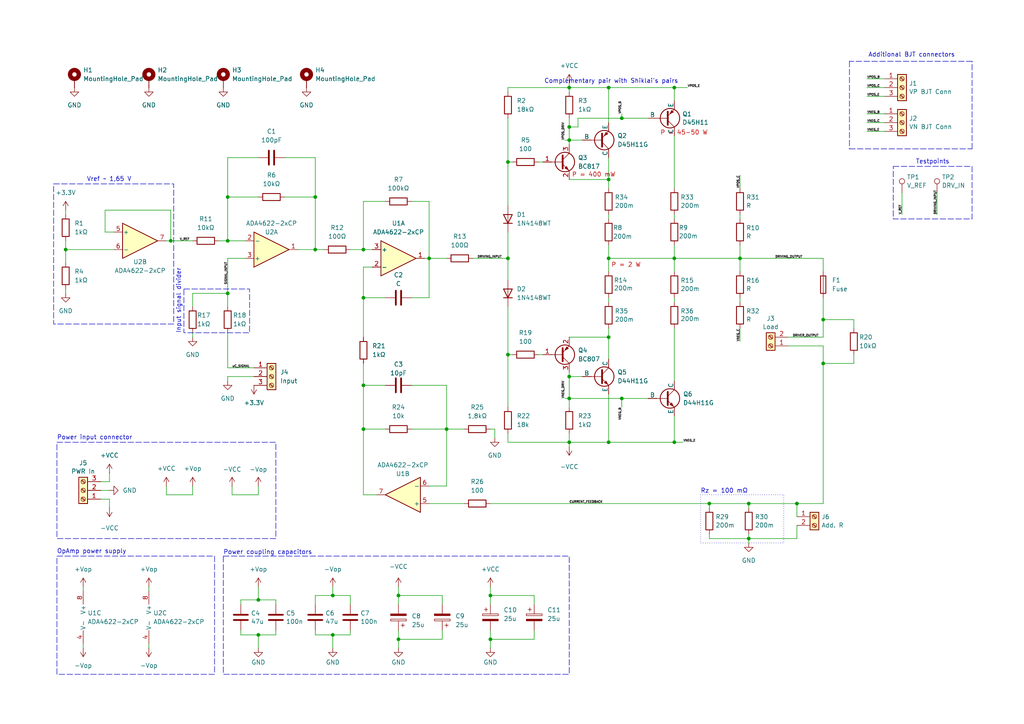
<source format=kicad_sch>
(kicad_sch (version 20250114) (generator "eeschema") (generator_version "9.0")
  (paper "A4")
  (title_block (title "Current Driver") (date "15.11.2025 r.") (rev "Adam Matysiak") (company "KN NaMi") (comment 1 "Adam Matysiak, Adam Matkowski, Kacper Kowalik") (comment 2 "V2.0"))
  (rectangle (start 64.77 161.29) (end 165.1 195.58) (stroke (width 0) (type dash)))
  (rectangle (start 259.08 48.26) (end 281.94 63.5) (stroke (width 0) (type dash)))
  (rectangle (start 53.34 83.82) (end 72.39 96.52) (stroke (width 0) (type dash)))
  (rectangle (start 203.2 143.51) (end 227.33 157.48) (stroke (width 0) (type dot)))
  (rectangle (start 15.5576 53.34) (end 50.3899 93.98) (stroke (width 0) (type dash)))
  (rectangle (start 16.51 161.29) (end 62.23 195.58) (stroke (width 0) (type dash)))
  (rectangle (start 16.51 128.27) (end 80.01 156.21) (stroke (width 0) (type dash)))
  (text "Complementary pair with Shiklai's pairs" (at 177.292 23.622 0) (effects (font (size 1.27 1.27))))
  (text "Input signal divider" (at 51.816 96.774 90) (effects (font (size 1.27 1.27)) (justify left)))
  (text "Power input connector" (at 16.51 127 0) (effects (font (size 1.27 1.27)) (justify left)))
  (text "Power coupling capacitors" (at 64.77 160.274 0) (effects (font (size 1.27 1.27)) (justify left)))
  (text "OpAmp power supply" (at 16.51 160.02 0) (effects (font (size 1.27 1.27)) (justify left)))
  (text "P = 400 mW" (at 165.862 50.8 0) (effects (font (size 1.27 1.27)) (justify left)))
  (text "Testpoints" (at 270.51 46.99 0) (effects (font (size 1.27 1.27))))
  (text "P = 45-50 W" (at 191.516 38.608 0) (effects (font (size 1.27 1.27)) (justify left)))
  (text "P = 2 W" (at 177.292 76.962 0) (effects (font (size 1.27 1.27)) (justify left)))
  (text "Additional BJT connectors" (at 264.414 16.002 0) (effects (font (size 1.27 1.27))))
  (text "Rz = 100 mΩ" (at 203.2 142.494 0) (effects (font (size 1.27 1.27)) (justify left)))
  (text "Vref ~ 1,65 V" (at 25.146 52.07 0) (effects (font (size 1.27 1.27)) (justify left)))
  (junction (at 105.41 72.39))
  (junction (at 74.93 173.99))
  (junction (at 231.14 146.05))
  (junction (at 147.32 74.93))
  (junction (at 129.54 124.46))
  (junction (at 217.17 146.05))
  (junction (at 176.53 25.4))
  (junction (at 214.63 74.93))
  (junction (at 66.04 57.15))
  (junction (at 124.46 74.93))
  (junction (at 176.53 74.93))
  (junction (at 176.53 97.79))
  (junction (at 238.76 105.41))
  (junction (at 49.53 69.85))
  (junction (at 91.44 57.15))
  (junction (at 115.57 172.72))
  (junction (at 176.53 52.07))
  (junction (at 165.1 36.83))
  (junction (at 96.52 184.15))
  (junction (at 217.17 156.21))
  (junction (at 105.41 86.36))
  (junction (at 74.93 184.15))
  (junction (at 165.1 109.22))
  (junction (at 142.24 185.42))
  (junction (at 165.1 40.64))
  (junction (at 205.74 146.05))
  (junction (at 115.57 185.42))
  (junction (at 105.41 124.46))
  (junction (at 105.41 111.76))
  (junction (at 180.34 115.57))
  (junction (at 66.04 69.85))
  (junction (at 195.58 128.27))
  (junction (at 19.05 72.39))
  (junction (at 180.34 34.29))
  (junction (at 176.53 128.27))
  (junction (at 195.58 25.4))
  (junction (at 147.32 46.99))
  (junction (at 195.58 74.93))
  (junction (at 142.24 172.72))
  (junction (at 91.44 72.39))
  (junction (at 147.32 102.87))
  (junction (at 96.52 172.72))
  (junction (at 165.1 115.57))
  (junction (at 165.1 25.4))
  (junction (at 66.04 85.09))
  (junction (at 165.1 128.27))
  (junction (at 238.76 92.71))
  (wire (pts (xy 124.46 74.93) (xy 124.46 86.36)))
  (wire (pts (xy 195.58 120.65) (xy 195.58 128.27)))
  (wire (pts (xy 176.53 71.12) (xy 176.53 74.93)))
  (wire (pts (xy 66.04 85.09) (xy 66.04 88.9)))
  (wire (pts (xy 69.85 184.15) (xy 69.85 182.88)))
  (wire (pts (xy 119.38 124.46) (xy 129.54 124.46)))
  (wire (pts (xy 154.94 182.88) (xy 154.94 185.42)))
  (wire (pts (xy 24.13 170.18) (xy 24.13 171.45)))
  (wire (pts (xy 67.31 143.51) (xy 74.93 143.51)))
  (wire (pts (xy 205.74 146.05) (xy 217.17 146.05)))
  (wire (pts (xy 251.46 35.56) (xy 256.54 35.56)))
  (wire (pts (xy 176.53 97.79) (xy 176.53 104.14)))
  (wire (pts (xy 176.53 52.07) (xy 176.53 45.72)))
  (wire (pts (xy 143.51 124.46) (xy 142.24 124.46)))
  (wire (pts (xy 195.58 74.93) (xy 214.63 74.93)))
  (wire (pts (xy 163.83 115.57) (xy 165.1 115.57)))
  (wire (pts (xy 124.46 74.93) (xy 129.54 74.93)))
  (wire (pts (xy 147.32 128.27) (xy 165.1 128.27)))
  (wire (pts (xy 238.76 105.41) (xy 238.76 146.05)))
  (wire (pts (xy 142.24 172.72) (xy 142.24 175.26)))
  (wire (pts (xy 176.53 74.93) (xy 176.53 78.74)))
  (wire (pts (xy 165.1 115.57) (xy 180.34 115.57)))
  (wire (pts (xy 214.63 74.93) (xy 238.76 74.93)))
  (wire (pts (xy 19.05 72.39) (xy 33.02 72.39)))
  (wire (pts (xy 247.65 95.25) (xy 247.65 92.71)))
  (wire (pts (xy 128.27 185.42) (xy 128.27 182.88)))
  (wire (pts (xy 167.64 34.29) (xy 167.64 36.83)))
  (wire (pts (xy 147.32 102.87) (xy 148.59 102.87)))
  (wire (pts (xy 96.52 184.15) (xy 101.6 184.15)))
  (wire (pts (xy 66.04 96.52) (xy 66.04 106.68)))
  (wire (pts (xy 48.26 143.51) (xy 55.88 143.51)))
  (wire (pts (xy 165.1 24.13) (xy 165.1 25.4)))
  (wire (pts (xy 49.53 69.85) (xy 49.53 60.96)))
  (wire (pts (xy 74.93 173.99) (xy 80.01 173.99)))
  (wire (pts (xy 105.41 111.76) (xy 111.76 111.76)))
  (wire (pts (xy 91.44 184.15) (xy 91.44 182.88)))
  (wire (pts (xy 143.51 127) (xy 143.51 124.46)))
  (wire (pts (xy 80.01 184.15) (xy 80.01 182.88)))
  (wire (pts (xy 31.75 144.78) (xy 31.75 147.32)))
  (wire (pts (xy 66.04 45.72) (xy 74.93 45.72)))
  (wire (pts (xy 180.34 33.02) (xy 180.34 34.29)))
  (wire (pts (xy 74.93 184.15) (xy 80.01 184.15)))
  (wire (pts (xy 19.05 83.82) (xy 19.05 85.09)))
  (wire (pts (xy 176.53 95.25) (xy 176.53 97.79)))
  (wire (pts (xy 124.46 86.36) (xy 119.38 86.36)))
  (wire (pts (xy 24.13 186.69) (xy 24.13 187.96)))
  (wire (pts (xy 66.04 110.49) (xy 66.04 109.22)))
  (wire (pts (xy 109.22 143.51) (xy 105.41 143.51)))
  (wire (pts (xy 105.41 105.41) (xy 105.41 111.76)))
  (wire (pts (xy 66.04 57.15) (xy 66.04 69.85)))
  (wire (pts (xy 29.21 142.24) (xy 31.75 142.24)))
  (wire (pts (xy 176.53 52.07) (xy 176.53 54.61)))
  (wire (pts (xy 165.1 128.27) (xy 165.1 129.54)))
  (wire (pts (xy 165.1 115.57) (xy 165.1 118.11)))
  (wire (pts (xy 214.63 50.8) (xy 214.63 54.61)))
  (wire (pts (xy 214.63 95.25) (xy 214.63 99.06)))
  (wire (pts (xy 80.01 173.99) (xy 80.01 175.26)))
  (wire (pts (xy 165.1 52.07) (xy 176.53 52.07)))
  (wire (pts (xy 238.76 105.41) (xy 247.65 105.41)))
  (wire (pts (xy 129.54 124.46) (xy 129.54 140.97)))
  (wire (pts (xy 66.04 106.68) (xy 73.66 106.68)))
  (wire (pts (xy 165.1 25.4) (xy 165.1 26.67)))
  (wire (pts (xy 147.32 125.73) (xy 147.32 128.27)))
  (wire (pts (xy 167.64 34.29) (xy 180.34 34.29)))
  (wire (pts (xy 147.32 46.99) (xy 148.59 46.99)))
  (wire (pts (xy 111.76 58.42) (xy 105.41 58.42)))
  (wire (pts (xy 147.32 74.93) (xy 147.32 81.28)))
  (wire (pts (xy 86.36 72.39) (xy 91.44 72.39)))
  (wire (pts (xy 19.05 60.96) (xy 19.05 62.23)))
  (wire (pts (xy 115.57 185.42) (xy 115.57 187.96)))
  (wire (pts (xy 91.44 45.72) (xy 82.55 45.72)))
  (wire (pts (xy 176.53 62.23) (xy 176.53 63.5)))
  (wire (pts (xy 69.85 173.99) (xy 69.85 175.26)))
  (wire (pts (xy 105.41 77.47) (xy 105.41 86.36)))
  (wire (pts (xy 165.1 128.27) (xy 165.1 125.73)))
  (wire (pts (xy 101.6 184.15) (xy 101.6 182.88)))
  (wire (pts (xy 119.38 111.76) (xy 129.54 111.76)))
  (wire (pts (xy 165.1 109.22) (xy 165.1 115.57)))
  (wire (pts (xy 180.34 34.29) (xy 187.96 34.29)))
  (wire (pts (xy 49.53 69.85) (xy 55.88 69.85)))
  (wire (pts (xy 214.63 86.36) (xy 214.63 87.63)))
  (wire (pts (xy 176.53 128.27) (xy 195.58 128.27)))
  (wire (pts (xy 214.63 71.12) (xy 214.63 74.93)))
  (wire (pts (xy 156.21 102.87) (xy 157.48 102.87)))
  (wire (pts (xy 195.58 62.23) (xy 195.58 63.5)))
  (wire (pts (xy 165.1 25.4) (xy 147.32 25.4)))
  (wire (pts (xy 214.63 62.23) (xy 214.63 63.5)))
  (wire (pts (xy 180.34 115.57) (xy 180.34 118.11)))
  (wire (pts (xy 176.53 74.93) (xy 195.58 74.93)))
  (wire (pts (xy 63.5 69.85) (xy 66.04 69.85)))
  (wire (pts (xy 111.76 86.36) (xy 105.41 86.36)))
  (wire (pts (xy 69.85 173.99) (xy 74.93 173.99)))
  (wire (pts (xy 251.46 38.1) (xy 256.54 38.1)))
  (wire (pts (xy 176.53 25.4) (xy 176.53 35.56)))
  (wire (pts (xy 91.44 72.39) (xy 91.44 57.15)))
  (wire (pts (xy 147.32 25.4) (xy 147.32 26.67)))
  (wire (pts (xy 105.41 58.42) (xy 105.41 72.39)))
  (wire (pts (xy 71.12 69.85) (xy 66.04 69.85)))
  (wire (pts (xy 238.76 74.93) (xy 238.76 78.74)))
  (wire (pts (xy 165.1 109.22) (xy 165.1 107.95)))
  (wire (pts (xy 165.1 40.64) (xy 168.91 40.64)))
  (wire (pts (xy 91.44 72.39) (xy 93.98 72.39)))
  (wire (pts (xy 105.41 72.39) (xy 107.95 72.39)))
  (polyline (pts (xy 246.38 43.18) (xy 281.94 43.18)) (stroke (width 0) (type dash)))
  (wire (pts (xy 228.6 100.33) (xy 238.76 100.33)))
  (wire (pts (xy 115.57 172.72) (xy 128.27 172.72)))
  (wire (pts (xy 154.94 172.72) (xy 142.24 172.72)))
  (wire (pts (xy 105.41 111.76) (xy 105.41 124.46)))
  (wire (pts (xy 231.14 156.21) (xy 217.17 156.21)))
  (wire (pts (xy 195.58 25.4) (xy 176.53 25.4)))
  (wire (pts (xy 217.17 156.21) (xy 217.17 157.48)))
  (wire (pts (xy 231.14 152.4) (xy 231.14 156.21)))
  (wire (pts (xy 167.64 36.83) (xy 165.1 36.83)))
  (wire (pts (xy 101.6 72.39) (xy 105.41 72.39)))
  (wire (pts (xy 66.04 45.72) (xy 66.04 57.15)))
  (wire (pts (xy 66.04 57.15) (xy 74.93 57.15)))
  (wire (pts (xy 129.54 124.46) (xy 134.62 124.46)))
  (wire (pts (xy 105.41 86.36) (xy 105.41 97.79)))
  (wire (pts (xy 91.44 45.72) (xy 91.44 57.15)))
  (wire (pts (xy 48.26 69.85) (xy 49.53 69.85)))
  (wire (pts (xy 71.12 74.93) (xy 66.04 74.93)))
  (wire (pts (xy 180.34 115.57) (xy 187.96 115.57)))
  (wire (pts (xy 147.32 102.87) (xy 147.32 118.11)))
  (wire (pts (xy 195.58 25.4) (xy 199.39 25.4)))
  (wire (pts (xy 176.53 25.4) (xy 165.1 25.4)))
  (wire (pts (xy 195.58 29.21) (xy 195.58 25.4)))
  (wire (pts (xy 55.88 85.09) (xy 66.04 85.09)))
  (wire (pts (xy 251.46 27.94) (xy 256.54 27.94)))
  (wire (pts (xy 154.94 175.26) (xy 154.94 172.72)))
  (wire (pts (xy 231.14 146.05) (xy 238.76 146.05)))
  (wire (pts (xy 82.55 57.15) (xy 91.44 57.15)))
  (wire (pts (xy 165.1 40.64) (xy 165.1 41.91)))
  (wire (pts (xy 176.53 114.3) (xy 176.53 128.27)))
  (wire (pts (xy 217.17 146.05) (xy 231.14 146.05)))
  (wire (pts (xy 96.52 170.18) (xy 96.52 172.72)))
  (wire (pts (xy 49.53 60.96) (xy 30.48 60.96)))
  (wire (pts (xy 217.17 147.32) (xy 217.17 146.05)))
  (wire (pts (xy 74.93 143.51) (xy 74.93 140.97)))
  (wire (pts (xy 29.21 144.78) (xy 31.75 144.78)))
  (wire (pts (xy 30.48 60.96) (xy 30.48 67.31)))
  (wire (pts (xy 195.58 39.37) (xy 195.58 54.61)))
  (wire (pts (xy 43.18 186.69) (xy 43.18 187.96)))
  (wire (pts (xy 142.24 185.42) (xy 142.24 187.96)))
  (wire (pts (xy 129.54 111.76) (xy 129.54 124.46)))
  (wire (pts (xy 30.48 67.31) (xy 33.02 67.31)))
  (wire (pts (xy 214.63 74.93) (xy 214.63 78.74)))
  (wire (pts (xy 129.54 140.97) (xy 124.46 140.97)))
  (wire (pts (xy 231.14 146.05) (xy 231.14 149.86)))
  (wire (pts (xy 142.24 146.05) (xy 205.74 146.05)))
  (wire (pts (xy 115.57 185.42) (xy 128.27 185.42)))
  (wire (pts (xy 217.17 154.94) (xy 217.17 156.21)))
  (wire (pts (xy 228.6 97.79) (xy 238.76 97.79)))
  (polyline (pts (xy 246.38 17.78) (xy 246.38 17.78)))
  (wire (pts (xy 19.05 69.85) (xy 19.05 72.39)))
  (wire (pts (xy 195.58 74.93) (xy 195.58 78.74)))
  (wire (pts (xy 205.74 156.21) (xy 217.17 156.21)))
  (wire (pts (xy 119.38 58.42) (xy 124.46 58.42)))
  (wire (pts (xy 195.58 95.25) (xy 195.58 110.49)))
  (wire (pts (xy 142.24 185.42) (xy 154.94 185.42)))
  (wire (pts (xy 165.1 128.27) (xy 176.53 128.27)))
  (wire (pts (xy 91.44 172.72) (xy 91.44 175.26)))
  (wire (pts (xy 101.6 172.72) (xy 96.52 172.72)))
  (wire (pts (xy 238.76 92.71) (xy 247.65 92.71)))
  (wire (pts (xy 43.18 171.45) (xy 43.18 170.18)))
  (wire (pts (xy 147.32 34.29) (xy 147.32 46.99)))
  (wire (pts (xy 67.31 140.97) (xy 67.31 143.51)))
  (wire (pts (xy 66.04 74.93) (xy 66.04 85.09)))
  (wire (pts (xy 115.57 182.88) (xy 115.57 185.42)))
  (wire (pts (xy 74.93 170.18) (xy 74.93 173.99)))
  (wire (pts (xy 31.75 139.7) (xy 31.75 137.16)))
  (wire (pts (xy 101.6 172.72) (xy 101.6 175.26)))
  (wire (pts (xy 271.78 55.88) (xy 271.78 62.23)))
  (wire (pts (xy 247.65 102.87) (xy 247.65 105.41)))
  (wire (pts (xy 238.76 86.36) (xy 238.76 92.71)))
  (wire (pts (xy 165.1 109.22) (xy 168.91 109.22)))
  (wire (pts (xy 165.1 36.83) (xy 165.1 40.64)))
  (wire (pts (xy 128.27 175.26) (xy 128.27 172.72)))
  (wire (pts (xy 124.46 74.93) (xy 123.19 74.93)))
  (wire (pts (xy 195.58 71.12) (xy 195.58 74.93)))
  (wire (pts (xy 105.41 124.46) (xy 105.41 143.51)))
  (wire (pts (xy 74.93 184.15) (xy 74.93 187.96)))
  (wire (pts (xy 195.58 86.36) (xy 195.58 87.63)))
  (wire (pts (xy 205.74 154.94) (xy 205.74 156.21)))
  (wire (pts (xy 66.04 109.22) (xy 73.66 109.22)))
  (wire (pts (xy 251.46 33.02) (xy 256.54 33.02)))
  (wire (pts (xy 147.32 46.99) (xy 147.32 59.69)))
  (wire (pts (xy 137.16 74.93) (xy 147.32 74.93)))
  (wire (pts (xy 115.57 172.72) (xy 115.57 175.26)))
  (wire (pts (xy 205.74 146.05) (xy 205.74 147.32)))
  (wire (pts (xy 55.88 85.09) (xy 55.88 88.9)))
  (wire (pts (xy 107.95 77.47) (xy 105.41 77.47)))
  (wire (pts (xy 238.76 92.71) (xy 238.76 97.79)))
  (wire (pts (xy 55.88 97.79) (xy 55.88 96.52)))
  (wire (pts (xy 105.41 124.46) (xy 111.76 124.46)))
  (polyline (pts (xy 281.94 43.18) (xy 281.94 17.78)) (stroke (width 0) (type dash)))
  (wire (pts (xy 163.83 40.64) (xy 165.1 40.64)))
  (wire (pts (xy 165.1 34.29) (xy 165.1 36.83)))
  (wire (pts (xy 238.76 100.33) (xy 238.76 105.41)))
  (wire (pts (xy 96.52 184.15) (xy 96.52 187.96)))
  (wire (pts (xy 165.1 97.79) (xy 176.53 97.79)))
  (wire (pts (xy 124.46 58.42) (xy 124.46 74.93)))
  (wire (pts (xy 29.21 139.7) (xy 31.75 139.7)))
  (wire (pts (xy 147.32 88.9) (xy 147.32 102.87)))
  (polyline (pts (xy 246.38 17.78) (xy 246.38 43.18)) (stroke (width 0) (type dash)))
  (wire (pts (xy 115.57 170.18) (xy 115.57 172.72)))
  (wire (pts (xy 195.58 128.27) (xy 198.12 128.27)))
  (wire (pts (xy 48.26 140.97) (xy 48.26 143.51)))
  (wire (pts (xy 251.46 25.4) (xy 256.54 25.4)))
  (wire (pts (xy 251.46 22.86) (xy 256.54 22.86)))
  (wire (pts (xy 142.24 182.88) (xy 142.24 185.42)))
  (wire (pts (xy 147.32 67.31) (xy 147.32 74.93)))
  (wire (pts (xy 176.53 86.36) (xy 176.53 87.63)))
  (wire (pts (xy 69.85 184.15) (xy 74.93 184.15)))
  (wire (pts (xy 96.52 172.72) (xy 91.44 172.72)))
  (wire (pts (xy 261.62 55.88) (xy 261.62 62.23)))
  (wire (pts (xy 55.88 143.51) (xy 55.88 140.97)))
  (polyline (pts (xy 281.94 17.78) (xy 246.38 17.78)) (stroke (width 0) (type dash)))
  (wire (pts (xy 156.21 46.99) (xy 157.48 46.99)))
  (wire (pts (xy 19.05 72.39) (xy 19.05 76.2)))
  (wire (pts (xy 142.24 170.18) (xy 142.24 172.72)))
  (wire (pts (xy 91.44 184.15) (xy 96.52 184.15)))
  (wire (pts (xy 124.46 146.05) (xy 134.62 146.05)))
  (label "V_REF" (at 261.62 62.23 90) (effects (font (size 0.635 0.635))))
  (label "VPOS_DRIV" (at 163.83 40.64 90) (effects (font (size 0.635 0.635))))
  (label "VPOS_B" (at 180.34 33.02 90) (effects (font (size 0.635 0.635))))
  (label "uC_SIGNAL" (at 67.31 106.68 0) (effects (font (size 0.635 0.635))))
  (label "DRIVER_OUTPUT" (at 229.87 97.79 0) (effects (font (size 0.635 0.635))))
  (label "VNEG_C" (at 214.63 99.06 90) (effects (font (size 0.635 0.635))))
  (label "VNEG_E" (at 198.12 128.27 0) (effects (font (size 0.635 0.635))))
  (label "VNEG_C" (at 251.46 35.56 0) (effects (font (size 0.635 0.635))))
  (label "VPOS_B" (at 251.46 22.86 0) (effects (font (size 0.635 0.635))))
  (label "DRIVING_OUTPUT" (at 224.79 74.93 0) (effects (font (size 0.635 0.635))))
  (label "VPOS_C" (at 251.46 25.4 0) (effects (font (size 0.635 0.635))))
  (label "VNEG_B" (at 180.34 118.11 270) (effects (font (size 0.635 0.635))))
  (label "VPOS_E" (at 251.46 27.94 0) (effects (font (size 0.635 0.635))))
  (label "VPOS_E" (at 199.39 25.4 0) (effects (font (size 0.635 0.635))))
  (label "DRIVING_INPUT" (at 138.43 74.93 0) (effects (font (size 0.635 0.635))))
  (label "VPOS_C" (at 214.63 50.8 270) (effects (font (size 0.635 0.635))))
  (label "V_REF" (at 52.07 69.85 0) (effects (font (size 0.635 0.635))))
  (label "VNEG_E" (at 251.46 38.1 0) (effects (font (size 0.635 0.635))))
  (label "VNEG_DRIV" (at 163.83 115.57 90) (effects (font (size 0.635 0.635))))
  (label "VNEG_B" (at 251.46 33.02 0) (effects (font (size 0.635 0.635))))
  (label "DRIVING_INPUT" (at 271.78 62.23 90) (effects (font (size 0.635 0.635))))
  (label "SIGNAL_INPUT" (at 66.04 82.55 90) (effects (font (size 0.635 0.635))))
  (label "CURRENT_FEEDBACK" (at 165.1 146.05 0) (effects (font (size 0.635 0.635))))
  (symbol (lib_id "Device:Fuse") (at 238.76 82.55 0) (unit 1)
    (property "Reference" "F1" (at 241.3 81.2799 0) (effects (justify left)))
    (property "Value" "Fuse" (at 241.3 83.8199 0) (effects (justify left)))
    (property "Footprint" "component_lib:2410 FUSE" (effects (hide yes)))
    (property "Description" "Fuse" (effects (hide yes)))
  )
  (symbol (lib_id "power:+3.3V") (at 73.66 111.76 180) (unit 1)
    (property "Reference" "#PWR028" (effects (hide yes)))
    (property "Value" "+3.3V" (at 73.66 116.84 0))
    (property "Description" "Power symbol creates a global label with name \"+3.3V\"" (effects (hide yes)))
  )
  (symbol (lib_id "Mechanical:MountingHole_Pad") (at 64.77 22.86 0) (unit 1) (in_bom no)
    (property "Reference" "H3" (at 67.31 20.3199 0) (effects (justify left)))
    (property "Value" "MountingHole_Pad" (at 67.31 22.8599 0) (effects (justify left)))
    (property "Footprint" "MountingHole:MountingHole_3.2mm_M3_DIN965_Pad_TopBottom" (effects (hide yes)))
    (property "Description" "Mounting Hole with connection" (effects (hide yes)))
  )
  (symbol (lib_id "power:+1V0") (at 43.18 187.96 180) (unit 1)
    (property "Reference" "#PWR011" (effects (hide yes)))
    (property "Value" "-Vop" (at 43.18 193.04 0))
    (property "Description" "Power symbol creates a global label with name \"+1V0\"" (effects (hide yes)))
  )
  (symbol (lib_id "power:GND") (at 21.59 25.4 0) (unit 1)
    (property "Reference" "#PWR029" (effects (hide yes)))
    (property "Value" "GND" (at 21.59 30.48 0))
    (property "Description" "Power symbol creates a global label with name \"GND\" , ground" (effects (hide yes)))
  )
  (symbol (lib_id "power:+1V0") (at 43.18 170.18 0) (unit 1)
    (property "Reference" "#PWR010" (effects (hide yes)))
    (property "Value" "+Vop" (at 43.18 165.1 0))
    (property "Description" "Power symbol creates a global label with name \"+1V0\"" (effects (hide yes)))
  )
  (symbol (lib_id "power:GND") (at 64.77 25.4 0) (unit 1)
    (property "Reference" "#PWR031" (effects (hide yes)))
    (property "Value" "GND" (at 64.77 30.48 0))
    (property "Description" "Power symbol creates a global label with name \"GND\" , ground" (effects (hide yes)))
  )
  (symbol (lib_id "power:VCC") (at 165.1 24.13 0) (unit 1)
    (property "Reference" "#PWR013" (effects (hide yes)))
    (property "Value" "+VCC" (at 165.1 19.05 0))
    (property "Description" "Power symbol creates a global label with name \"VCC\"" (effects (hide yes)))
  )
  (symbol (lib_id "Transistor_BJT:BC807") (at 162.56 102.87 0) (mirror x) (unit 1)
    (property "Reference" "Q4" (at 167.64 101.5999 0) (effects (justify left)))
    (property "Value" "BC807" (at 167.64 104.1399 0) (effects (justify left)))
    (property "Footprint" "Package_TO_SOT_SMD:SOT-23" (effects (hide yes)))
    (property "Datasheet" "https://www.onsemi.com/pub/Collateral/BC808-D.pdf" (effects (hide yes)))
    (property "Description" "0.8A Ic, 45V Vce, PNP Transistor, SOT-23" (effects (hide yes)))
  )
  (symbol (lib_id "Device:R") (at 214.63 82.55 0) (unit 1)
    (property "Reference" "R16" (at 216.408 81.3378 0) (effects (justify left)))
    (property "Value" "R" (at 216.408 83.7621 0) (effects (justify left)))
    (property "Footprint" "Resistor_SMD:R_2512_6332Metric_Pad1.40x3.35mm_HandSolder" (effects (hide yes)))
    (property "Description" "Resistor" (effects (hide yes)))
  )
  (symbol (lib_id "Connector:Screw_Terminal_01x02") (at 223.52 100.33 180) (unit 1)
    (property "Reference" "J3" (at 223.52 92.3755 0))
    (property "Value" "Load" (at 223.52 94.7998 0))
    (property "Footprint" "TerminalBlock:TerminalBlock_Xinya_XY308-2.54-2P_1x02_P2.54mm_Horizontal" (effects (hide yes)))
    (property "Description" "Generic screw terminal, single row, 01x02, script generated (kicad-library-utils/schlib/autogen/connector/)" (effects (hide yes)))
  )
  (symbol (lib_id "Device:R") (at 147.32 121.92 0) (unit 1)
    (property "Reference" "R22" (at 149.86 120.6499 0) (effects (justify left)))
    (property "Value" "18k" (at 149.86 123.1899 0) (effects (justify left)))
    (property "Footprint" "Resistor_SMD:R_0805_2012Metric_Pad1.20x1.40mm_HandSolder" (effects (hide yes)))
    (property "Description" "Resistor" (effects (hide yes)))
  )
  (symbol (lib_id "Device:C_Polarized") (at 128.27 179.07 180) (unit 1)
    (property "Reference" "C9" (at 132.08 178.6889 0) (effects (justify right)))
    (property "Value" "25u" (at 132.08 181.2289 0) (effects (justify right)))
    (property "Footprint" "Capacitor_SMD:CP_Elec_6.3x7.7" (effects (hide yes)))
    (property "Description" "Polarized capacitor" (effects (hide yes)))
  )
  (symbol (lib_id "power:+1V0") (at 55.88 140.97 0) (unit 1)
    (property "Reference" "#PWR04" (effects (hide yes)))
    (property "Value" "+Vop" (at 55.88 135.89 0))
    (property "Description" "Power symbol creates a global label with name \"+1V0\"" (effects (hide yes)))
  )
  (symbol (lib_id "Connector:Screw_Terminal_01x03") (at 78.74 109.22 0) (unit 1)
    (property "Reference" "J4" (at 81.28 107.9499 0) (effects (justify left)))
    (property "Value" "Input" (at 81.28 110.4899 0) (effects (justify left)))
    (property "Footprint" "TerminalBlock:TerminalBlock_Xinya_XY308-2.54-3P_1x03_P2.54mm_Horizontal" (effects (hide yes)))
    (property "Description" "Generic screw terminal, single row, 01x03, script generated (kicad-library-utils/schlib/autogen/connector/)" (effects (hide yes)))
  )
  (symbol (lib_id "power:GND") (at 143.51 127 0) (unit 1)
    (property "Reference" "#PWR012" (effects (hide yes)))
    (property "Value" "GND" (at 143.51 132.08 0))
    (property "Description" "Power symbol creates a global label with name \"GND\" , ground" (effects (hide yes)))
  )
  (symbol (lib_id "Device:R") (at 176.53 82.55 0) (unit 1)
    (property "Reference" "R14" (at 178.054 81.28 0) (effects (justify left)))
    (property "Value" "200m" (at 178.054 83.566 0) (effects (justify left)))
    (property "Footprint" "Resistor_SMD:R_2512_6332Metric_Pad1.40x3.35mm_HandSolder" (effects (hide yes)))
    (property "Description" "Resistor" (effects (hide yes)))
  )
  (symbol (lib_id "Device:R") (at 214.63 67.31 0) (unit 1)
    (property "Reference" "R10" (at 216.408 66.0978 0) (effects (justify left)))
    (property "Value" "R" (at 216.408 68.5221 0) (effects (justify left)))
    (property "Footprint" "Resistor_SMD:R_2512_6332Metric_Pad1.40x3.35mm_HandSolder" (effects (hide yes)))
    (property "Description" "Resistor" (effects (hide yes)))
  )
  (symbol (lib_id "power:GND") (at 74.93 187.96 0) (unit 1)
    (property "Reference" "#PWR017" (effects (hide yes)))
    (property "Value" "GND" (at 74.93 192.0931 0))
    (property "Description" "Power symbol creates a global label with name \"GND\" , ground" (effects (hide yes)))
  )
  (symbol (lib_id "Mechanical:MountingHole_Pad") (at 88.9 22.86 0) (unit 1) (in_bom no)
    (property "Reference" "H4" (at 91.44 20.3199 0) (effects (justify left)))
    (property "Value" "MountingHole_Pad" (at 91.44 22.8599 0) (effects (justify left)))
    (property "Footprint" "MountingHole:MountingHole_3.2mm_M3_DIN965_Pad_TopBottom" (effects (hide yes)))
    (property "Description" "Mounting Hole with connection" (effects (hide yes)))
  )
  (symbol (lib_id "Device:R") (at 195.58 58.42 0) (unit 1)
    (property "Reference" "R33" (at 197.358 57.2078 0) (effects (justify left)))
    (property "Value" "200m" (at 197.358 59.6321 0) (effects (justify left)))
    (property "Footprint" "Resistor_SMD:R_2512_6332Metric_Pad1.40x3.35mm_HandSolder" (effects (hide yes)))
    (property "Description" "Resistor" (effects (hide yes)))
  )
  (symbol (lib_id "Device:R") (at 55.88 92.71 0) (unit 1)
    (property "Reference" "R17" (at 57.15 91.44 0) (effects (justify left)))
    (property "Value" "1kΩ" (at 57.15 93.98 0) (effects (justify left)))
    (property "Footprint" "Resistor_SMD:R_0805_2012Metric_Pad1.20x1.40mm_HandSolder" (effects (hide yes)))
    (property "Description" "Resistor" (effects (hide yes)))
  )
  (symbol (lib_id "power:GND") (at 142.24 187.96 0) (unit 1)
    (property "Reference" "#PWR023" (effects (hide yes)))
    (property "Value" "GND" (at 142.24 192.0931 0))
    (property "Description" "Power symbol creates a global label with name \"GND\" , ground" (effects (hide yes)))
  )
  (symbol (lib_id "Device:C") (at 115.57 86.36 90) (unit 1)
    (property "Reference" "C2" (at 115.57 79.756 90))
    (property "Value" "C" (at 115.57 82.296 90))
    (property "Footprint" "Capacitor_SMD:C_0805_2012Metric_Pad1.18x1.45mm_HandSolder" (effects (hide yes)))
    (property "Description" "Unpolarized capacitor" (effects (hide yes)))
  )
  (symbol (lib_id "Device:R") (at 19.05 80.01 0) (unit 1)
    (property "Reference" "R4" (at 21.59 78.7399 0) (effects (justify left)))
    (property "Value" "1kΩ" (at 21.59 81.2799 0) (effects (justify left)))
    (property "Footprint" "Resistor_SMD:R_0805_2012Metric_Pad1.20x1.40mm_HandSolder" (effects (hide yes)))
    (property "Description" "Resistor" (effects (hide yes)))
  )
  (symbol (lib_id "power:VCC") (at 31.75 137.16 0) (unit 1)
    (property "Reference" "#PWR025" (effects (hide yes)))
    (property "Value" "+VCC" (at 31.75 132.08 0))
    (property "Description" "Power symbol creates a global label with name \"VCC\"" (effects (hide yes)))
  )
  (symbol (lib_id "Connector:Screw_Terminal_01x03") (at 24.13 142.24 180) (unit 1)
    (property "Reference" "J5" (at 24.13 134.2855 0))
    (property "Value" "PWR In" (at 24.13 136.7098 0))
    (property "Footprint" "TerminalBlock:TerminalBlock_Xinya_XY308-2.54-3P_1x03_P2.54mm_Horizontal" (effects (hide yes)))
    (property "Description" "Generic screw terminal, single row, 01x03, script generated (kicad-library-utils/schlib/autogen/connector/)" (effects (hide yes)))
  )
  (symbol (lib_id "power:VCC") (at 142.24 170.18 0) (unit 1)
    (property "Reference" "#PWR019" (effects (hide yes)))
    (property "Value" "+VCC" (at 142.24 165.1 0))
    (property "Description" "Power symbol creates a global label with name \"VCC\"" (effects (hide yes)))
  )
  (symbol (lib_id "Device:R") (at 195.58 91.44 0) (unit 1)
    (property "Reference" "R36" (at 197.358 90.2278 0) (effects (justify left)))
    (property "Value" "200m" (at 197.358 92.456 0) (effects (justify left)))
    (property "Footprint" "Resistor_SMD:R_2512_6332Metric_Pad1.40x3.35mm_HandSolder" (effects (hide yes)))
    (property "Description" "Resistor" (effects (hide yes)))
  )
  (symbol (lib_id "power:+1V0") (at 96.52 170.18 0) (unit 1)
    (property "Reference" "#PWR021" (effects (hide yes)))
    (property "Value" "-Vop" (at 96.52 165.1 0))
    (property "Description" "Power symbol creates a global label with name \"+1V0\"" (effects (hide yes)))
  )
  (symbol (lib_id "Device:R") (at 78.74 57.15 90) (unit 1)
    (property "Reference" "R6" (at 78.74 50.8 90))
    (property "Value" "10kΩ" (at 78.74 53.34 90))
    (property "Footprint" "Resistor_SMD:R_0805_2012Metric_Pad1.20x1.40mm_HandSolder" (effects (hide yes)))
    (property "Description" "Resistor" (effects (hide yes)))
  )
  (symbol (lib_id "Device:R") (at 97.79 72.39 270) (unit 1)
    (property "Reference" "R12" (at 97.79 66.04 90))
    (property "Value" "100Ω" (at 97.79 68.58 90))
    (property "Footprint" "Resistor_SMD:R_0805_2012Metric_Pad1.20x1.40mm_HandSolder" (effects (hide yes)))
    (property "Description" "Resistor" (effects (hide yes)))
  )
  (symbol (lib_id "Device:C") (at 115.57 111.76 90) (unit 1)
    (property "Reference" "C3" (at 115.57 105.664 90))
    (property "Value" "10pF" (at 115.57 108.204 90))
    (property "Footprint" "Capacitor_SMD:C_0805_2012Metric_Pad1.18x1.45mm_HandSolder" (effects (hide yes)))
    (property "Description" "Unpolarized capacitor" (effects (hide yes)))
  )
  (symbol (lib_id "Amplifier_Operational:ADA4622-2xCP") (at 116.84 143.51 180) (unit 2)
    (property "Reference" "U1" (at 116.84 137.414 0))
    (property "Value" "ADA4622-2xCP" (at 116.84 134.874 0))
    (property "Footprint" "component_lib:ADA4522" (effects (hide yes)))
    (property "Datasheet" "https://www.analog.com/media/en/technical-documentation/data-sheets/ada4622-1-4622-2-4622-4.pdf" (effects (hide yes)))
    (property "Description" "Analog Devices Dual 30V, 8MHz, Low Bias Current, Single Supply, RRO, Precision Op Amp, LFCSP-8" (effects (hide yes)))
  )
  (symbol (lib_id "Simulation_SPICE:NPN") (at 193.04 115.57 0) (unit 1)
    (property "Reference" "Q6" (at 198.12 114.2999 0) (effects (justify left)))
    (property "Value" "D44H11G" (at 198.12 116.8399 0) (effects (justify left)))
    (property "Footprint" "component_lib:D44H11G" (effects (hide yes)))
    (property "Datasheet" "https://www.st.com/resource/en/datasheet/d44h8.pdf" (effects (hide yes)))
    (property "Description" "Bipolar transistor symbol for simulation only, substrate tied to the emitter" (effects (hide yes)))
    (property "Sim.Device" "NPN" (effects (hide yes)))
    (property "Sim.Type" "GUMMELPOON" (effects (hide yes)))
    (property "Sim.Pins" "1=C 2=B 3=E" (effects (hide yes)))
  )
  (symbol (lib_id "power:+1V0") (at 74.93 170.18 0) (unit 1)
    (property "Reference" "#PWR020" (effects (hide yes)))
    (property "Value" "+Vop" (at 74.93 165.1 0))
    (property "Description" "Power symbol creates a global label with name \"+1V0\"" (effects (hide yes)))
  )
  (symbol (lib_id "power:VCC") (at 115.57 170.18 0) (unit 1)
    (property "Reference" "#PWR018" (effects (hide yes)))
    (property "Value" "-VCC" (at 115.57 164.338 0))
    (property "Description" "Power symbol creates a global label with name \"VCC\"" (effects (hide yes)))
  )
  (symbol (lib_id "Amplifier_Operational:ADA4622-2xCP") (at 40.64 69.85 0) (unit 2)
    (property "Reference" "U2" (at 40.64 75.946 0))
    (property "Value" "ADA4622-2xCP" (at 40.64 78.486 0))
    (property "Footprint" "component_lib:ADA4522" (effects (hide yes)))
    (property "Datasheet" "https://www.analog.com/media/en/technical-documentation/data-sheets/ada4622-1-4622-2-4622-4.pdf" (effects (hide yes)))
    (property "Description" "Analog Devices Dual 30V, 8MHz, Low Bias Current, Single Supply, RRO, Precision Op Amp, LFCSP-8" (effects (hide yes)))
  )
  (symbol (lib_id "Device:C") (at 69.85 179.07 0) (unit 1)
    (property "Reference" "C4" (at 72.771 177.8578 0) (effects (justify left)))
    (property "Value" "47u" (at 72.771 180.2821 0) (effects (justify left)))
    (property "Footprint" "Capacitor_SMD:C_0805_2012Metric_Pad1.18x1.45mm_HandSolder" (effects (hide yes)))
    (property "Description" "Unpolarized capacitor" (effects (hide yes)))
  )
  (symbol (lib_id "Device:C") (at 91.44 179.07 0) (unit 1)
    (property "Reference" "C6" (at 94.361 177.8578 0) (effects (justify left)))
    (property "Value" "47u" (at 94.361 180.2821 0) (effects (justify left)))
    (property "Footprint" "Capacitor_SMD:C_0805_2012Metric_Pad1.18x1.45mm_HandSolder" (effects (hide yes)))
    (property "Description" "Unpolarized capacitor" (effects (hide yes)))
  )
  (symbol (lib_id "Transistor_BJT:BC817") (at 162.56 46.99 0) (unit 1)
    (property "Reference" "Q3" (at 167.64 45.7199 0) (effects (justify left)))
    (property "Value" "BC817" (at 167.64 48.2599 0) (effects (justify left)))
    (property "Footprint" "Package_TO_SOT_SMD:SOT-23" (effects (hide yes)))
    (property "Datasheet" "https://www.onsemi.com/pub/Collateral/BC818-D.pdf" (effects (hide yes)))
    (property "Description" "0.8A Ic, 45V Vce, NPN Transistor, SOT-23" (effects (hide yes)))
  )
  (symbol (lib_id "power:GND") (at 96.52 187.96 0) (unit 1)
    (property "Reference" "#PWR016" (effects (hide yes)))
    (property "Value" "GND" (at 96.52 192.0931 0))
    (property "Description" "Power symbol creates a global label with name \"GND\" , ground" (effects (hide yes)))
  )
  (symbol (lib_id "power:GND") (at 19.05 85.09 0) (unit 1)
    (property "Reference" "#PWR02" (effects (hide yes)))
    (property "Value" "GND" (at 19.05 90.17 0))
    (property "Description" "Power symbol creates a global label with name \"GND\" , ground" (effects (hide yes)))
  )
  (symbol (lib_id "Device:R") (at 247.65 99.06 0) (unit 1)
    (property "Reference" "R20" (at 249.174 97.79 0) (effects (justify left)))
    (property "Value" "10kΩ" (at 249.174 100.33 0) (effects (justify left)))
    (property "Footprint" "Resistor_SMD:R_0805_2012Metric_Pad1.20x1.40mm_HandSolder" (effects (hide yes)))
    (property "Description" "Resistor" (effects (hide yes)))
  )
  (symbol (lib_id "Device:R") (at 217.17 151.13 0) (unit 1)
    (property "Reference" "R30" (at 218.948 149.9178 0) (effects (justify left)))
    (property "Value" "200m" (at 218.948 152.3421 0) (effects (justify left)))
    (property "Footprint" "Resistor_SMD:R_2512_6332Metric_Pad1.40x3.35mm_HandSolder" (effects (hide yes)))
    (property "Description" "Resistor" (effects (hide yes)))
  )
  (symbol (lib_id "power:GND") (at 31.75 142.24 90) (unit 1)
    (property "Reference" "#PWR05" (effects (hide yes)))
    (property "Value" "GND" (at 35.56 142.2399 90) (effects (justify right)))
    (property "Description" "Power symbol creates a global label with name \"GND\" , ground" (effects (hide yes)))
  )
  (symbol (lib_id "Device:R") (at 147.32 30.48 0) (unit 1)
    (property "Reference" "R2" (at 149.86 29.2099 0) (effects (justify left)))
    (property "Value" "18kΩ" (at 149.86 31.7499 0) (effects (justify left)))
    (property "Footprint" "Resistor_SMD:R_0805_2012Metric_Pad1.20x1.40mm_HandSolder" (effects (hide yes)))
    (property "Description" "Resistor" (effects (hide yes)))
  )
  (symbol (lib_id "Diode:1N4148WT") (at 147.32 63.5 90) (unit 1)
    (property "Reference" "D1" (at 149.86 62.2299 90) (effects (justify right)))
    (property "Value" "1N4148WT" (at 149.86 64.7699 90) (effects (justify right)))
    (property "Footprint" "Diode_SMD:D_SOD-523" (effects (hide yes)))
    (property "Datasheet" "https://www.diodes.com/assets/Datasheets/ds30396.pdf" (effects (hide yes)))
    (property "Description" "75V 0.15A Fast switching Diode, SOD-523" (effects (hide yes)))
    (property "Sim.Device" "D" (effects (hide yes)))
    (property "Sim.Pins" "1=K 2=A" (effects (hide yes)))
  )
  (symbol (lib_id "Connector:TestPoint") (at 261.62 55.88 0) (unit 1)
    (property "Reference" "TP1" (at 263.017 51.3658 0) (effects (justify left)))
    (property "Value" "V_REF" (at 263.017 53.7901 0) (effects (justify left)))
    (property "Footprint" "TestPoint:TestPoint_Loop_D2.60mm_Drill1.4mm_Beaded" (effects (hide yes)))
    (property "Description" "test point" (effects (hide yes)))
  )
  (symbol (lib_id "Device:C") (at 80.01 179.07 0) (unit 1)
    (property "Reference" "C5" (at 82.931 177.8578 0) (effects (justify left)))
    (property "Value" "100n" (at 82.931 180.2821 0) (effects (justify left)))
    (property "Footprint" "Capacitor_SMD:C_0805_2012Metric_Pad1.18x1.45mm_HandSolder" (effects (hide yes)))
    (property "Description" "Unpolarized capacitor" (effects (hide yes)))
  )
  (symbol (lib_id "Device:R") (at 205.74 151.13 0) (unit 1)
    (property "Reference" "R29" (at 207.518 149.9178 0) (effects (justify left)))
    (property "Value" "200m" (at 207.518 152.3421 0) (effects (justify left)))
    (property "Footprint" "Resistor_SMD:R_2512_6332Metric_Pad1.40x3.35mm_HandSolder" (effects (hide yes)))
    (property "Description" "Resistor" (effects (hide yes)))
  )
  (symbol (lib_id "Device:R") (at 214.63 58.42 0) (unit 1)
    (property "Reference" "R31" (at 216.408 57.2078 0) (effects (justify left)))
    (property "Value" "R" (at 216.408 59.6321 0) (effects (justify left)))
    (property "Footprint" "Resistor_SMD:R_2512_6332Metric_Pad1.40x3.35mm_HandSolder" (effects (hide yes)))
    (property "Description" "Resistor" (effects (hide yes)))
  )
  (symbol (lib_id "Device:C_Polarized") (at 142.24 179.07 0) (unit 1)
    (property "Reference" "C10" (at 146.05 176.9109 0) (effects (justify left)))
    (property "Value" "25u" (at 146.05 179.4509 0) (effects (justify left)))
    (property "Footprint" "Capacitor_SMD:CP_Elec_6.3x7.7" (effects (hide yes)))
    (property "Description" "Polarized capacitor" (effects (hide yes)))
  )
  (symbol (lib_id "Device:R") (at 105.41 101.6 0) (unit 1)
    (property "Reference" "R21" (at 107.95 100.3299 0) (effects (justify left)))
    (property "Value" "1kΩ" (at 107.95 102.8699 0) (effects (justify left)))
    (property "Footprint" "Resistor_SMD:R_0805_2012Metric_Pad1.20x1.40mm_HandSolder" (effects (hide yes)))
    (property "Description" "Resistor" (effects (hide yes)))
  )
  (symbol (lib_id "Mechanical:MountingHole_Pad") (at 43.18 22.86 0) (unit 1) (in_bom no)
    (property "Reference" "H2" (at 45.72 20.3199 0) (effects (justify left)))
    (property "Value" "MountingHole_Pad" (at 45.72 22.8599 0) (effects (justify left)))
    (property "Footprint" "MountingHole:MountingHole_3.2mm_M3_DIN965_Pad_TopBottom" (effects (hide yes)))
    (property "Description" "Mounting Hole with connection" (effects (hide yes)))
  )
  (symbol (lib_id "Device:R") (at 176.53 58.42 0) (unit 1)
    (property "Reference" "R34" (at 178.308 57.2078 0) (effects (justify left)))
    (property "Value" "200m" (at 178.308 59.6321 0) (effects (justify left)))
    (property "Footprint" "Resistor_SMD:R_2512_6332Metric_Pad1.40x3.35mm_HandSolder" (effects (hide yes)))
    (property "Description" "Resistor" (effects (hide yes)))
  )
  (symbol (lib_id "Device:R") (at 165.1 30.48 0) (unit 1)
    (property "Reference" "R3" (at 167.64 29.2099 0) (effects (justify left)))
    (property "Value" "1kΩ" (at 167.64 31.7499 0) (effects (justify left)))
    (property "Footprint" "Resistor_SMD:R_0805_2012Metric_Pad1.20x1.40mm_HandSolder" (effects (hide yes)))
    (property "Description" "Resistor" (effects (hide yes)))
  )
  (symbol (lib_id "Amplifier_Operational:ADA4622-2xCP") (at 78.74 72.39 0) (mirror x) (unit 1)
    (property "Reference" "U2" (at 78.74 67.31 0))
    (property "Value" "ADA4622-2xCP" (at 78.74 64.77 0))
    (property "Footprint" "component_lib:ADA4522" (effects (hide yes)))
    (property "Datasheet" "https://www.analog.com/media/en/technical-documentation/data-sheets/ada4622-1-4622-2-4622-4.pdf" (effects (hide yes)))
    (property "Description" "Analog Devices Dual 30V, 8MHz, Low Bias Current, Single Supply, RRO, Precision Op Amp, LFCSP-8" (effects (hide yes)))
  )
  (symbol (lib_id "Device:C") (at 78.74 45.72 90) (unit 1)
    (property "Reference" "C1" (at 78.74 38.1 90))
    (property "Value" "100pF" (at 78.74 40.64 90))
    (property "Footprint" "Capacitor_SMD:C_0805_2012Metric_Pad1.18x1.45mm_HandSolder" (effects (hide yes)))
    (property "Description" "Unpolarized capacitor" (effects (hide yes)))
  )
  (symbol (lib_id "power:GND") (at 43.18 25.4 0) (unit 1)
    (property "Reference" "#PWR030" (effects (hide yes)))
    (property "Value" "GND" (at 43.18 30.48 0))
    (property "Description" "Power symbol creates a global label with name \"GND\" , ground" (effects (hide yes)))
  )
  (symbol (lib_id "Device:R") (at 176.53 67.31 0) (unit 1)
    (property "Reference" "R8" (at 177.8 66.04 0) (effects (justify left)))
    (property "Value" "200m" (at 177.8 68.58 0) (effects (justify left)))
    (property "Footprint" "Resistor_SMD:R_2512_6332Metric_Pad1.40x3.35mm_HandSolder" (effects (hide yes)))
    (property "Description" "Resistor" (effects (hide yes)))
  )
  (symbol (lib_id "Device:C_Polarized") (at 115.57 179.07 180) (unit 1)
    (property "Reference" "C8" (at 119.38 178.6889 0) (effects (justify right)))
    (property "Value" "25u" (at 119.38 181.2289 0) (effects (justify right)))
    (property "Footprint" "Capacitor_SMD:CP_Elec_6.3x7.7" (effects (hide yes)))
    (property "Description" "Polarized capacitor" (effects (hide yes)))
  )
  (symbol (lib_id "power:+1V0") (at 74.93 140.97 0) (unit 1)
    (property "Reference" "#PWR06" (effects (hide yes)))
    (property "Value" "-Vop" (at 74.93 136.144 0))
    (property "Description" "Power symbol creates a global label with name \"+1V0\"" (effects (hide yes)))
  )
  (symbol (lib_id "Device:R") (at 165.1 121.92 0) (unit 1)
    (property "Reference" "R23" (at 167.64 120.6499 0) (effects (justify left)))
    (property "Value" "1kΩ" (at 167.64 123.1899 0) (effects (justify left)))
    (property "Footprint" "Resistor_SMD:R_0805_2012Metric_Pad1.20x1.40mm_HandSolder" (effects (hide yes)))
    (property "Description" "Resistor" (effects (hide yes)))
  )
  (symbol (lib_id "Device:R") (at 115.57 124.46 270) (unit 1)
    (property "Reference" "R24" (at 115.57 118.11 90))
    (property "Value" "10k" (at 115.57 120.65 90))
    (property "Footprint" "Resistor_SMD:R_0805_2012Metric_Pad1.20x1.40mm_HandSolder" (effects (hide yes)))
    (property "Description" "Resistor" (effects (hide yes)))
  )
  (symbol (lib_id "Device:R") (at 152.4 102.87 90) (unit 1)
    (property "Reference" "R19" (at 152.4 96.52 90))
    (property "Value" "100" (at 152.4 99.06 90))
    (property "Footprint" "Resistor_SMD:R_0805_2012Metric_Pad1.20x1.40mm_HandSolder" (effects (hide yes)))
    (property "Description" "Resistor" (effects (hide yes)))
  )
  (symbol (lib_id "Device:R") (at 195.58 67.31 0) (unit 1)
    (property "Reference" "R9" (at 196.85 66.04 0) (effects (justify left)))
    (property "Value" "200m" (at 196.85 68.4643 0) (effects (justify left)))
    (property "Footprint" "Resistor_SMD:R_2512_6332Metric_Pad1.40x3.35mm_HandSolder" (effects (hide yes)))
    (property "Description" "Resistor" (effects (hide yes)))
  )
  (symbol (lib_id "Connector:Screw_Terminal_01x03") (at 261.62 35.56 0) (unit 1)
    (property "Reference" "J2" (at 263.652 34.3478 0) (effects (justify left)))
    (property "Value" "VN BJT Conn" (at 263.652 36.7721 0) (effects (justify left)))
    (property "Footprint" "TerminalBlock:TerminalBlock_Xinya_XY308-2.54-3P_1x03_P2.54mm_Horizontal" (effects (hide yes)))
    (property "Description" "Generic screw terminal, single row, 01x03, script generated (kicad-library-utils/schlib/autogen/connector/)" (effects (hide yes)))
  )
  (symbol (lib_id "power:+1V0") (at 24.13 170.18 0) (unit 1)
    (property "Reference" "#PWR07" (effects (hide yes)))
    (property "Value" "+Vop" (at 24.13 165.1 0))
    (property "Description" "Power symbol creates a global label with name \"+1V0\"" (effects (hide yes)))
  )
  (symbol (lib_id "Device:C") (at 101.6 179.07 0) (unit 1)
    (property "Reference" "C7" (at 104.521 177.8578 0) (effects (justify left)))
    (property "Value" "100n" (at 104.521 180.2821 0) (effects (justify left)))
    (property "Footprint" "Capacitor_SMD:C_0805_2012Metric_Pad1.18x1.45mm_HandSolder" (effects (hide yes)))
    (property "Description" "Unpolarized capacitor" (effects (hide yes)))
  )
  (symbol (lib_id "power:VCC") (at 165.1 129.54 180) (unit 1)
    (property "Reference" "#PWR014" (effects (hide yes)))
    (property "Value" "-VCC" (at 165.1 135.382 0))
    (property "Description" "Power symbol creates a global label with name \"VCC\"" (effects (hide yes)))
  )
  (symbol (lib_id "Amplifier_Operational:ADA4622-2xCP") (at 115.57 74.93 0) (unit 1)
    (property "Reference" "U1" (at 115.57 64.77 0))
    (property "Value" "ADA4622-2xCP" (at 115.57 67.31 0))
    (property "Footprint" "component_lib:ADA4522" (effects (hide yes)))
    (property "Datasheet" "https://www.analog.com/media/en/technical-documentation/data-sheets/ada4622-1-4622-2-4622-4.pdf" (effects (hide yes)))
    (property "Description" "Analog Devices Dual 30V, 8MHz, Low Bias Current, Single Supply, RRO, Precision Op Amp, LFCSP-8" (effects (hide yes)))
  )
  (symbol (lib_id "power:VCC") (at 67.31 140.97 0) (unit 1)
    (property "Reference" "#PWR027" (effects (hide yes)))
    (property "Value" "-VCC" (at 67.31 136.144 0))
    (property "Description" "Power symbol creates a global label with name \"VCC\"" (effects (hide yes)))
  )
  (symbol (lib_id "Device:R") (at 176.53 91.44 0) (unit 1)
    (property "Reference" "R35" (at 178.308 90.2278 0) (effects (justify left)))
    (property "Value" "200m" (at 178.308 92.6521 0) (effects (justify left)))
    (property "Footprint" "Resistor_SMD:R_2512_6332Metric_Pad1.40x3.35mm_HandSolder" (effects (hide yes)))
    (property "Description" "Resistor" (effects (hide yes)))
  )
  (symbol (lib_id "Amplifier_Operational:ADA4622-2xCP") (at 26.67 179.07 0) (unit 3)
    (property "Reference" "U1" (at 25.4 177.7999 0) (effects (justify left)))
    (property "Value" "ADA4622-2xCP" (at 25.4 180.3399 0) (effects (justify left)))
    (property "Footprint" "component_lib:ADA4522" (effects (hide yes)))
    (property "Datasheet" "https://www.analog.com/media/en/technical-documentation/data-sheets/ada4622-1-4622-2-4622-4.pdf" (effects (hide yes)))
    (property "Description" "Analog Devices Dual 30V, 8MHz, Low Bias Current, Single Supply, RRO, Precision Op Amp, LFCSP-8" (effects (hide yes)))
  )
  (symbol (lib_id "Simulation_SPICE:PNP") (at 193.04 34.29 0) (mirror x) (unit 1)
    (property "Reference" "Q1" (at 197.8913 33.0778 0) (effects (justify left)))
    (property "Value" "D45H11" (at 197.8913 35.5021 0) (effects (justify left)))
    (property "Footprint" "component_lib:D44H11G" (effects (hide yes)))
    (property "Datasheet" "https://www.st.com/resource/en/datasheet/d44h8.pdf" (effects (hide yes)))
    (property "Description" "Bipolar transistor symbol for simulation only, substrate tied to the emitter" (effects (hide yes)))
    (property "Sim.Device" "PNP" (effects (hide yes)))
    (property "Sim.Type" "GUMMELPOON" (effects (hide yes)))
    (property "Sim.Pins" "1=C 2=B 3=E" (effects (hide yes)))
  )
  (symbol (lib_id "Amplifier_Operational:ADA4622-2xCP") (at 45.72 179.07 0) (unit 3)
    (property "Reference" "U2" (at 44.45 177.7999 0) (effects (justify left)))
    (property "Value" "ADA4622-2xCP" (at 44.45 180.3399 0) (effects (justify left)))
    (property "Footprint" "component_lib:ADA4522" (effects (hide yes)))
    (property "Datasheet" "https://www.analog.com/media/en/technical-documentation/data-sheets/ada4622-1-4622-2-4622-4.pdf" (effects (hide yes)))
    (property "Description" "Analog Devices Dual 30V, 8MHz, Low Bias Current, Single Supply, RRO, Precision Op Amp, LFCSP-8" (effects (hide yes)))
  )
  (symbol (lib_id "Connector:Screw_Terminal_01x02") (at 236.22 149.86 0) (unit 1)
    (property "Reference" "J6" (at 238.252 149.9178 0) (effects (justify left)))
    (property "Value" "Add. R" (at 238.252 152.3421 0) (effects (justify left)))
    (property "Footprint" "TerminalBlock:TerminalBlock_Xinya_XY308-2.54-2P_1x02_P2.54mm_Horizontal" (effects (hide yes)))
    (property "Description" "Generic screw terminal, single row, 01x02, script generated (kicad-library-utils/schlib/autogen/connector/)" (effects (hide yes)))
  )
  (symbol (lib_id "power:VCC") (at 31.75 147.32 180) (unit 1)
    (property "Reference" "#PWR024" (effects (hide yes)))
    (property "Value" "-VCC" (at 31.75 153.162 0))
    (property "Description" "Power symbol creates a global label with name \"VCC\"" (effects (hide yes)))
  )
  (symbol (lib_id "Device:R") (at 19.05 66.04 0) (unit 1)
    (property "Reference" "R1" (at 21.59 64.7699 0) (effects (justify left)))
    (property "Value" "1kΩ" (at 21.59 67.3099 0) (effects (justify left)))
    (property "Footprint" "Resistor_SMD:R_0805_2012Metric_Pad1.20x1.40mm_HandSolder" (effects (hide yes)))
    (property "Description" "Resistor" (effects (hide yes)))
  )
  (symbol (lib_id "Device:R") (at 133.35 74.93 270) (unit 1)
    (property "Reference" "R13" (at 133.35 68.58 90))
    (property "Value" "100Ω" (at 133.35 71.12 90))
    (property "Footprint" "Resistor_SMD:R_0805_2012Metric_Pad1.20x1.40mm_HandSolder" (effects (hide yes)))
    (property "Description" "Resistor" (effects (hide yes)))
  )
  (symbol (lib_id "power:GND") (at 66.04 110.49 0) (unit 1)
    (property "Reference" "#PWR09" (effects (hide yes)))
    (property "Value" "GND" (at 66.04 115.57 0))
    (property "Description" "Power symbol creates a global label with name \"GND\" , ground" (effects (hide yes)))
  )
  (symbol (lib_id "power:GND") (at 217.17 157.48 0) (unit 1)
    (property "Reference" "#PWR015" (effects (hide yes)))
    (property "Value" "GND" (at 217.17 162.56 0))
    (property "Description" "Power symbol creates a global label with name \"GND\" , ground" (effects (hide yes)))
  )
  (symbol (lib_id "Connector:TestPoint") (at 271.78 55.88 0) (unit 1)
    (property "Reference" "TP2" (at 273.177 51.3658 0) (effects (justify left)))
    (property "Value" "DRV_IN" (at 273.177 53.7901 0) (effects (justify left)))
    (property "Footprint" "TestPoint:TestPoint_Loop_D2.60mm_Drill1.4mm_Beaded" (effects (hide yes)))
    (property "Description" "test point" (effects (hide yes)))
  )
  (symbol (lib_id "Device:R") (at 59.69 69.85 270) (unit 1)
    (property "Reference" "R11" (at 59.69 63.5 90))
    (property "Value" "10kΩ" (at 59.69 66.04 90))
    (property "Footprint" "Resistor_SMD:R_0805_2012Metric_Pad1.20x1.40mm_HandSolder" (effects (hide yes)))
    (property "Description" "Resistor" (effects (hide yes)))
  )
  (symbol (lib_id "power:GND") (at 115.57 187.96 0) (unit 1)
    (property "Reference" "#PWR022" (effects (hide yes)))
    (property "Value" "GND" (at 115.57 192.0931 0))
    (property "Description" "Power symbol creates a global label with name \"GND\" , ground" (effects (hide yes)))
  )
  (symbol (lib_id "Device:R") (at 138.43 146.05 270) (unit 1)
    (property "Reference" "R26" (at 138.43 139.7 90))
    (property "Value" "100" (at 138.43 142.24 90))
    (property "Footprint" "Resistor_SMD:R_0805_2012Metric_Pad1.20x1.40mm_HandSolder" (effects (hide yes)))
    (property "Description" "Resistor" (effects (hide yes)))
  )
  (symbol (lib_id "Connector:Screw_Terminal_01x03") (at 261.62 25.4 0) (unit 1)
    (property "Reference" "J1" (at 263.652 24.1878 0) (effects (justify left)))
    (property "Value" "VP BJT Conn" (at 263.652 26.6121 0) (effects (justify left)))
    (property "Footprint" "TerminalBlock:TerminalBlock_Xinya_XY308-2.54-3P_1x03_P2.54mm_Horizontal" (effects (hide yes)))
    (property "Description" "Generic screw terminal, single row, 01x03, script generated (kicad-library-utils/schlib/autogen/connector/)" (effects (hide yes)))
  )
  (symbol (lib_id "Device:R") (at 214.63 91.44 0) (unit 1)
    (property "Reference" "R32" (at 216.408 90.2278 0) (effects (justify left)))
    (property "Value" "R" (at 216.408 92.6521 0) (effects (justify left)))
    (property "Footprint" "Resistor_SMD:R_2512_6332Metric_Pad1.40x3.35mm_HandSolder" (effects (hide yes)))
    (property "Description" "Resistor" (effects (hide yes)))
  )
  (symbol (lib_id "Mechanical:MountingHole_Pad") (at 21.59 22.86 0) (unit 1) (in_bom no)
    (property "Reference" "H1" (at 24.13 20.3199 0) (effects (justify left)))
    (property "Value" "MountingHole_Pad" (at 24.13 22.8599 0) (effects (justify left)))
    (property "Footprint" "MountingHole:MountingHole_3.2mm_M3_DIN965_Pad_TopBottom" (effects (hide yes)))
    (property "Description" "Mounting Hole with connection" (effects (hide yes)))
  )
  (symbol (lib_id "Device:R") (at 115.57 58.42 270) (unit 1)
    (property "Reference" "R7" (at 115.57 52.07 90))
    (property "Value" "100kΩ" (at 115.57 54.61 90))
    (property "Footprint" "Resistor_SMD:R_0805_2012Metric_Pad1.20x1.40mm_HandSolder" (effects (hide yes)))
    (property "Description" "Resistor" (effects (hide yes)))
  )
  (symbol (lib_id "power:GND") (at 88.9 25.4 0) (unit 1)
    (property "Reference" "#PWR032" (effects (hide yes)))
    (property "Value" "GND" (at 88.9 30.48 0))
    (property "Description" "Power symbol creates a global label with name \"GND\" , ground" (effects (hide yes)))
  )
  (symbol (lib_id "Device:R") (at 152.4 46.99 90) (unit 1)
    (property "Reference" "R5" (at 152.4 40.64 90))
    (property "Value" "100" (at 152.4 43.18 90))
    (property "Footprint" "Resistor_SMD:R_0805_2012Metric_Pad1.20x1.40mm_HandSolder" (effects (hide yes)))
    (property "Description" "Resistor" (effects (hide yes)))
  )
  (symbol (lib_id "Simulation_SPICE:PNP") (at 173.99 40.64 0) (mirror x) (unit 1)
    (property "Reference" "Q2" (at 179.07 39.3699 0) (effects (justify left)))
    (property "Value" "D45H11G" (at 179.07 41.9099 0) (effects (justify left)))
    (property "Footprint" "component_lib:D44H11G" (effects (hide yes)))
    (property "Datasheet" "https://www.st.com/resource/en/datasheet/d44h8.pdf" (effects (hide yes)))
    (property "Description" "Bipolar transistor symbol for simulation only, substrate tied to the emitter" (effects (hide yes)))
    (property "Sim.Device" "PNP" (effects (hide yes)))
    (property "Sim.Type" "GUMMELPOON" (effects (hide yes)))
    (property "Sim.Pins" "1=C 2=B 3=E" (effects (hide yes)))
  )
  (symbol (lib_id "power:+1V0") (at 24.13 187.96 180) (unit 1)
    (property "Reference" "#PWR08" (effects (hide yes)))
    (property "Value" "-Vop" (at 24.13 193.04 0))
    (property "Description" "Power symbol creates a global label with name \"+1V0\"" (effects (hide yes)))
  )
  (symbol (lib_id "Device:C_Polarized") (at 154.94 179.07 0) (unit 1)
    (property "Reference" "C11" (at 158.75 176.9109 0) (effects (justify left)))
    (property "Value" "25u" (at 158.75 179.4509 0) (effects (justify left)))
    (property "Footprint" "Capacitor_SMD:CP_Elec_6.3x7.7" (effects (hide yes)))
    (property "Description" "Polarized capacitor" (effects (hide yes)))
  )
  (symbol (lib_id "power:VCC") (at 48.26 140.97 0) (unit 1)
    (property "Reference" "#PWR026" (effects (hide yes)))
    (property "Value" "+VCC" (at 48.26 135.89 0))
    (property "Description" "Power symbol creates a global label with name \"VCC\"" (effects (hide yes)))
  )
  (symbol (lib_id "Diode:1N4148WT") (at 147.32 85.09 90) (unit 1)
    (property "Reference" "D2" (at 149.86 83.8199 90) (effects (justify right)))
    (property "Value" "1N4148WT" (at 149.86 86.3599 90) (effects (justify right)))
    (property "Footprint" "Diode_SMD:D_SOD-523" (effects (hide yes)))
    (property "Datasheet" "https://www.diodes.com/assets/Datasheets/ds30396.pdf" (effects (hide yes)))
    (property "Description" "75V 0.15A Fast switching Diode, SOD-523" (effects (hide yes)))
    (property "Sim.Device" "D" (effects (hide yes)))
    (property "Sim.Pins" "1=K 2=A" (effects (hide yes)))
  )
  (symbol (lib_id "Device:R") (at 66.04 92.71 0) (unit 1)
    (property "Reference" "R18" (at 67.564 91.44 0) (effects (justify left)))
    (property "Value" "1kΩ" (at 67.564 93.98 0) (effects (justify left)))
    (property "Footprint" "Resistor_SMD:R_0805_2012Metric_Pad1.20x1.40mm_HandSolder" (effects (hide yes)))
    (property "Description" "Resistor" (effects (hide yes)))
  )
  (symbol (lib_id "Device:R") (at 195.58 82.55 0) (unit 1)
    (property "Reference" "R15" (at 197.358 81.3378 0) (effects (justify left)))
    (property "Value" "200m" (at 197.358 83.7621 0) (effects (justify left)))
    (property "Footprint" "Resistor_SMD:R_2512_6332Metric_Pad1.40x3.35mm_HandSolder" (effects (hide yes)))
    (property "Description" "Resistor" (effects (hide yes)))
  )
  (symbol (lib_id "power:+3.3V") (at 19.05 60.96 0) (unit 1)
    (property "Reference" "#PWR01" (effects (hide yes)))
    (property "Value" "+3.3V" (at 19.05 55.88 0))
    (property "Description" "Power symbol creates a global label with name \"+3.3V\"" (effects (hide yes)))
  )
  (symbol (lib_id "Device:R") (at 138.43 124.46 270) (unit 1)
    (property "Reference" "R25" (at 138.43 118.11 90))
    (property "Value" "1,8kΩ" (at 138.43 120.65 90))
    (property "Footprint" "Resistor_SMD:R_0805_2012Metric_Pad1.20x1.40mm_HandSolder" (effects (hide yes)))
    (property "Description" "Resistor" (effects (hide yes)))
  )
  (symbol (lib_id "power:GND") (at 55.88 97.79 0) (unit 1)
    (property "Reference" "#PWR03" (effects (hide yes)))
    (property "Value" "GND" (at 55.88 102.87 0))
    (property "Description" "Power symbol creates a global label with name \"GND\" , ground" (effects (hide yes)))
  )
  (symbol (lib_id "Simulation_SPICE:NPN") (at 173.99 109.22 0) (unit 1)
    (property "Reference" "Q5" (at 179.07 107.9499 0) (effects (justify left)))
    (property "Value" "D44H11G" (at 179.07 110.49 0) (effects (justify left)))
    (property "Footprint" "component_lib:D44H11G" (effects (hide yes)))
    (property "Datasheet" "https://www.st.com/resource/en/datasheet/d44h8.pdf" (effects (hide yes)))
    (property "Description" "Bipolar transistor symbol for simulation only, substrate tied to the emitter" (effects (hide yes)))
    (property "Sim.Device" "NPN" (effects (hide yes)))
    (property "Sim.Type" "GUMMELPOON" (effects (hide yes)))
    (property "Sim.Pins" "1=C 2=B 3=E" (effects (hide yes)))
  )
)
</source>
